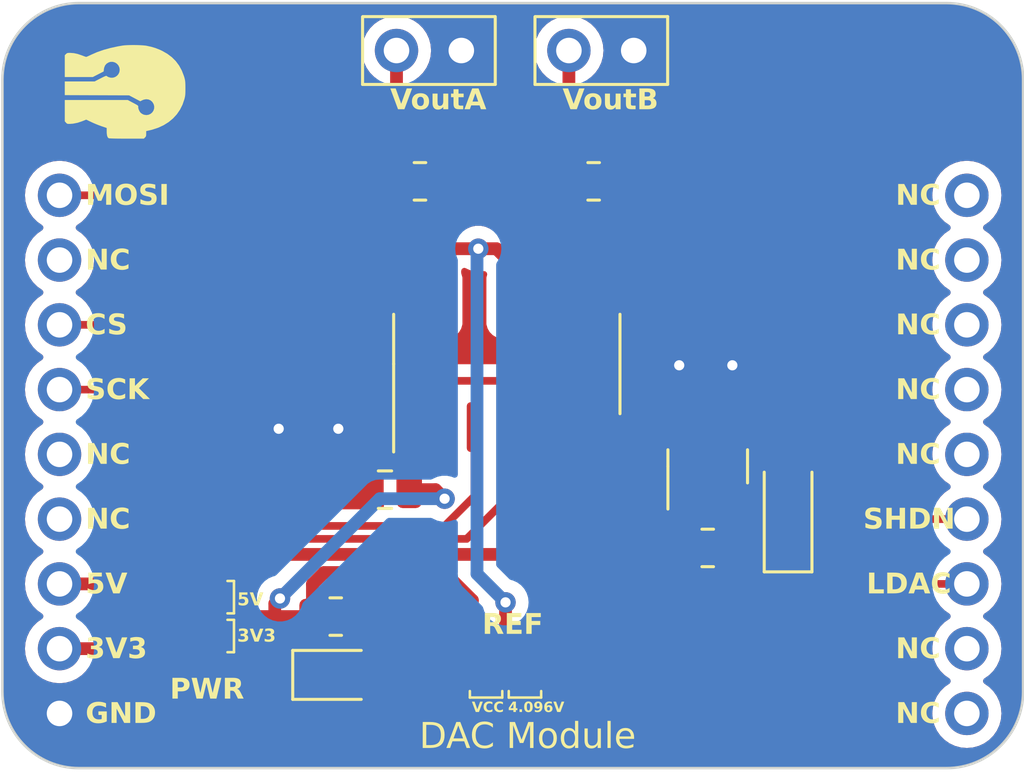
<source format=kicad_pcb>
(kicad_pcb (version 20221018) (generator pcbnew)
  (layers (0 "F.Cu" signal) (31 "B.Cu" signal) (34 "B.Paste" user) (35 "F.Paste" user) (36 "B.SilkS" user "B.Silkscreen") (37 "F.SilkS" user "F.Silkscreen") (38 "B.Mask" user) (39 "F.Mask" user) (44 "Edge.Cuts" user))
  (net 0 "")
  (net 1 "VCC")
  (net 2 "GND")
  (net 3 "+4V")
  (net 4 "Net-(D1-A)")
  (net 5 "Net-(J1-Pin_1)")
  (net 6 "Net-(J2-Pin_1)")
  (net 7 "+3V3")
  (net 8 "+5V")
  (net 9 "Net-(U3-Vout)")
  (net 11 "CS")
  (net 12 "SCK")
  (net 13 "MOSI")
  (net 16 "LDAC")
  (net 17 "SHDN")
  (net 28 "Vref")
  (footprint "Jumper:SolderJumper-3_P1.3mm_Open_Pad1.0x1.5mm" (layer "F.Cu") (at 99.8728 87.0712 90)
    (fp_text reference "JP1" hide)
    (fp_text value "Jumper_3_Open" hide)
    (fp_text user "5V" (at 0.3556 1.27 unlocked) (layer "F.SilkS") (effects (font (size 0.5 0.5) (thickness 0.1) bold) (justify left bottom)))
    (fp_text user "3V3" (at -1.0668 1.27 unlocked) (layer "F.SilkS") (effects (font (size 0.5 0.5) (thickness 0.1) bold) (justify left bottom)))
    (fp_line (start -1.397 0.889) (end -1.397 1.143) (stroke (width 0.1)) (layer "F.SilkS"))
    (fp_line (start -1.397 1.143) (end -0.127 1.143) (stroke (width 0.1)) (layer "F.SilkS"))
    (fp_line (start -0.127 1.143) (end -0.127 0.889) (stroke (width 0.1)) (layer "F.SilkS"))
    (fp_line (start 0.127 0.889) (end 0.127 1.143) (stroke (width 0.1)) (layer "F.SilkS"))
    (fp_line (start 0.127 1.143) (end 1.397 1.143) (stroke (width 0.1)) (layer "F.SilkS"))
    (fp_line (start 1.397 1.143) (end 1.397 0.889) (stroke (width 0.1)) (layer "F.SilkS"))
    (pad "1" smd rect (at -1.3 0 90) (size 1 1.5) (layers "F.Cu" "F.Mask") (net 7 "+3V3"))
    (pad "2" smd rect (at 0 0 90) (size 1 1.5) (layers "F.Cu" "F.Mask") (net 1 "VCC"))
    (pad "3" smd rect (at 1.3 0 90) (size 1 1.5) (layers "F.Cu" "F.Mask") (net 8 "+5V"))
  )
  (footprint "Capacitor_Tantalum_SMD:CP_EIA-3216-10_Kemet-I" (layer "F.Cu") (at 122.7328 83.0072 90)
    (fp_text reference "C2" hide)
    (fp_text value "10uF")
    (fp_line (start -2.31 -0.935) (end -2.31 0.935) (stroke (width 0.12)) (layer "F.SilkS"))
    (fp_line (start -2.31 0.935) (end 1.6 0.935) (stroke (width 0.12)) (layer "F.SilkS"))
    (fp_line (start 1.6 -0.935) (end -2.31 -0.935) (stroke (width 0.12)) (layer "F.SilkS"))
    (pad "1" smd roundrect (at -1.35 0 90) (size 1.4 1.35) (layers "F.Cu" "F.Paste" "F.Mask") (roundrect_rratio 0.185185) (net 3 "+4V"))
    (pad "2" smd roundrect (at 1.35 0 90) (size 1.4 1.35) (layers "F.Cu" "F.Paste" "F.Mask") (roundrect_rratio 0.185185) (net 2 "GND"))
  )
  (footprint "Resistor_SMD:R_0805_2012Metric" (layer "F.Cu") (at 105.0036 87.0712 180)
    (fp_text reference "R4" hide)
    (fp_text value "470r")
    (fp_line (start -0.227064 -0.735) (end 0.227064 -0.735) (stroke (width 0.12)) (layer "F.SilkS"))
    (fp_line (start -0.227064 0.735) (end 0.227064 0.735) (stroke (width 0.12)) (layer "F.SilkS"))
    (pad "1" smd roundrect (at -0.9125 0 180) (size 1.025 1.4) (layers "F.Cu" "F.Paste" "F.Mask") (roundrect_rratio 0.243902) (net 4 "Net-(D1-A)"))
    (pad "2" smd roundrect (at 0.9125 0 180) (size 1.025 1.4) (layers "F.Cu" "F.Paste" "F.Mask") (roundrect_rratio 0.243902) (net 1 "VCC"))
  )
  (footprint "Resistor_SMD:R_0805_2012Metric" (layer "F.Cu") (at 119.5832 84.3788 180)
    (fp_text reference "R3" hide)
    (fp_text value "100r")
    (fp_line (start -0.227064 -0.735) (end 0.227064 -0.735) (stroke (width 0.12)) (layer "F.SilkS"))
    (fp_line (start -0.227064 0.735) (end 0.227064 0.735) (stroke (width 0.12)) (layer "F.SilkS"))
    (pad "1" smd roundrect (at -0.9125 0 180) (size 1.025 1.4) (layers "F.Cu" "F.Paste" "F.Mask") (roundrect_rratio 0.243902) (net 3 "+4V"))
    (pad "2" smd roundrect (at 0.9125 0 180) (size 1.025 1.4) (layers "F.Cu" "F.Paste" "F.Mask") (roundrect_rratio 0.243902) (net 9 "Net-(U3-Vout)"))
  )
  (footprint "Resistor_SMD:R_0805_2012Metric" (layer "F.Cu") (at 115.1128 70.0024)
    (fp_text reference "R2" hide)
    (fp_text value "10k")
    (fp_line (start -0.227064 -0.735) (end 0.227064 -0.735) (stroke (width 0.12)) (layer "F.SilkS"))
    (fp_line (start -0.227064 0.735) (end 0.227064 0.735) (stroke (width 0.12)) (layer "F.SilkS"))
    (pad "1" smd roundrect (at -0.9125 0) (size 1.025 1.4) (layers "F.Cu" "F.Paste" "F.Mask") (roundrect_rratio 0.243902) (net 6 "Net-(J2-Pin_1)"))
    (pad "2" smd roundrect (at 0.9125 0) (size 1.025 1.4) (layers "F.Cu" "F.Paste" "F.Mask") (roundrect_rratio 0.243902) (net 2 "GND"))
  )
  (footprint "LED_SMD:LED_0805_2012Metric" (layer "F.Cu") (at 105.0036 89.3572)
    (fp_text reference "D1" hide)
    (fp_text value "LED")
    (fp_line (start -1.685 -0.96) (end -1.685 0.96) (stroke (width 0.12)) (layer "F.SilkS"))
    (fp_line (start -1.685 0.96) (end 1 0.96) (stroke (width 0.12)) (layer "F.SilkS"))
    (fp_line (start 1 -0.96) (end -1.685 -0.96) (stroke (width 0.12)) (layer "F.SilkS"))
    (pad "1" smd roundrect (at -0.9375 0) (size 0.975 1.4) (layers "F.Cu" "F.Paste" "F.Mask") (net 2 "GND"))
    (pad "2" smd roundrect (at 0.9375 0) (size 0.975 1.4) (layers "F.Cu" "F.Paste" "F.Mask") (net 4 "Net-(D1-A)"))
  )
  (footprint "Connector_PinHeader_2.54mm:PinHeader_1x02_P2.54mm_Vertical" (layer "F.Cu") (at 114.1426 64.8716 90)
    (fp_text reference "J2" hide)
    (fp_text value "Screw_Terminal_01x02" hide)
    (fp_line (start -1.33 -1.33) (end 1.3208 -1.33) (stroke (width 0.12)) (layer "F.SilkS"))
    (fp_line (start -1.33 1.27) (end -1.33 -1.33) (stroke (width 0.12)) (layer "F.SilkS"))
    (fp_line (start -1.33 1.27) (end -1.33 3.87) (stroke (width 0.12)) (layer "F.SilkS"))
    (fp_line (start -1.33 3.87) (end 1.33 3.87) (stroke (width 0.12)) (layer "F.SilkS"))
    (fp_line (start 1.33 -1.3208) (end 1.33 3.87) (stroke (width 0.12)) (layer "F.SilkS"))
    (pad "1" thru_hole oval (at 0 0 90) (size 1.7 1.7) (drill 1) (layers "*.Cu" "*.Mask") (net 6 "Net-(J2-Pin_1)"))
    (pad "2" thru_hole rect (at 0 2.54 90) (size 1.7 1.7) (drill 1) (layers "*.Cu" "*.Mask") (net 2 "GND"))
  )
  (footprint "Resistor_SMD:R_0805_2012Metric" (layer "F.Cu") (at 108.3056 70.0024 180)
    (fp_text reference "R1" hide)
    (fp_text value "10k")
    (fp_line (start -0.227064 -0.735) (end 0.227064 -0.735) (stroke (width 0.12)) (layer "F.SilkS"))
    (fp_line (start -0.227064 0.735) (end 0.227064 0.735) (stroke (width 0.12)) (layer "F.SilkS"))
    (pad "1" smd roundrect (at -0.9125 0 180) (size 1.025 1.4) (layers "F.Cu" "F.Paste" "F.Mask") (roundrect_rratio 0.243902) (net 2 "GND"))
    (pad "2" smd roundrect (at 0.9125 0 180) (size 1.025 1.4) (layers "F.Cu" "F.Paste" "F.Mask") (roundrect_rratio 0.243902) (net 5 "Net-(J1-Pin_1)"))
  )
  (footprint "Connector_PinHeader_2.54mm:PinHeader_1x02_P2.54mm_Vertical" (layer "F.Cu") (at 107.3862 64.8716 90)
    (fp_text reference "J1" hide)
    (fp_text value "Screw_Terminal_01x02" hide)
    (fp_line (start -1.33 -1.33) (end 1.3208 -1.33) (stroke (width 0.12)) (layer "F.SilkS"))
    (fp_line (start -1.33 1.27) (end -1.33 -1.33) (stroke (width 0.12)) (layer "F.SilkS"))
    (fp_line (start -1.33 1.27) (end -1.33 3.87) (stroke (width 0.12)) (layer "F.SilkS"))
    (fp_line (start -1.33 3.87) (end 1.33 3.87) (stroke (width 0.12)) (layer "F.SilkS"))
    (fp_line (start 1.33 -1.3208) (end 1.33 3.8608) (stroke (width 0.12)) (layer "F.SilkS"))
    (pad "1" thru_hole oval (at 0 0 90) (size 1.7 1.7) (drill 1) (layers "*.Cu" "*.Mask") (net 5 "Net-(J1-Pin_1)"))
    (pad "2" thru_hole rect (at 0 2.54 90) (size 1.7 1.7) (drill 1) (layers "*.Cu" "*.Mask") (net 2 "GND"))
  )
  (footprint "Package_SO:SOIC-14_3.9x8.7mm_P1.27mm" (layer "F.Cu") (at 111.7092 77.1652 90)
    (fp_text reference "U1" hide)
    (fp_text value "MCP4922-ESL" hide)
    (fp_line (start 0 -4.435) (end -3.45 -4.435) (stroke (width 0.12)) (layer "F.SilkS"))
    (fp_line (start 0 -4.435) (end 1.95 -4.435) (stroke (width 0.12)) (layer "F.SilkS"))
    (fp_line (start 0 4.435) (end -1.95 4.435) (stroke (width 0.12)) (layer "F.SilkS"))
    (fp_line (start 0 4.435) (end 1.95 4.435) (stroke (width 0.12)) (layer "F.SilkS"))
    (pad "1" smd roundrect (at -2.475 -3.81 90) (size 1.95 0.6) (layers "F.Cu" "F.Paste" "F.Mask") (net 1 "VCC"))
    (pad "2" smd roundrect (at -2.475 -2.54 90) (size 1.95 0.6) (layers "F.Cu" "F.Paste" "F.Mask"))
    (pad "3" smd roundrect (at -2.475 -1.27 90) (size 1.95 0.6) (layers "F.Cu" "F.Paste" "F.Mask") (net 11 "CS"))
    (pad "4" smd roundrect (at -2.475 0 90) (size 1.95 0.6) (layers "F.Cu" "F.Paste" "F.Mask") (net 12 "SCK"))
    (pad "5" smd roundrect (at -2.475 1.27 90) (size 1.95 0.6) (layers "F.Cu" "F.Paste" "F.Mask") (net 13 "MOSI"))
    (pad "6" smd roundrect (at -2.475 2.54 90) (size 1.95 0.6) (layers "F.Cu" "F.Paste" "F.Mask"))
    (pad "7" smd roundrect (at -2.475 3.81 90) (size 1.95 0.6) (layers "F.Cu" "F.Paste" "F.Mask"))
    (pad "8" smd roundrect (at 2.475 3.81 90) (size 1.95 0.6) (layers "F.Cu" "F.Paste" "F.Mask") (net 16 "LDAC"))
    (pad "9" smd roundrect (at 2.475 2.54 90) (size 1.95 0.6) (layers "F.Cu" "F.Paste" "F.Mask") (net 17 "SHDN"))
    (pad "10" smd roundrect (at 2.475 1.27 90) (size 1.95 0.6) (layers "F.Cu" "F.Paste" "F.Mask") (net 6 "Net-(J2-Pin_1)"))
    (pad "11" smd roundrect (at 2.475 0 90) (size 1.95 0.6) (layers "F.Cu" "F.Paste" "F.Mask") (net 28 "Vref"))
    (pad "12" smd roundrect (at 2.475 -1.27 90) (size 1.95 0.6) (layers "F.Cu" "F.Paste" "F.Mask") (net 2 "GND"))
    (pad "13" smd roundrect (at 2.475 -2.54 90) (size 1.95 0.6) (layers "F.Cu" "F.Paste" "F.Mask") (net 28 "Vref"))
    (pad "14" smd roundrect (at 2.475 -3.81 90) (size 1.95 0.6) (layers "F.Cu" "F.Paste" "F.Mask") (net 5 "Net-(J1-Pin_1)"))
  )
  (footprint "Jumper:SolderJumper-3_P1.3mm_Open_Pad1.0x1.5mm" (layer "F.Cu") (at 111.6584 89.1032)
    (fp_text reference "JP2" hide)
    (fp_text value "Jumper_3_Open")
    (fp_text user "VCC" (at -1.3208 1.778 unlocked) (layer "F.SilkS") (effects (font (size 0.4 0.4) (thickness 0.1) bold) (justify left bottom)))
    (fp_text user "REF" (at -0.9144 -1.2192 unlocked) (layer "F.SilkS") (effects (font (size 0.8 0.8) (thickness 0.1) bold) (justify left bottom)))
    (fp_text user "4.096V" (at 0.1016 1.778 unlocked) (layer "F.SilkS") (effects (font (size 0.4 0.4) (thickness 0.1) bold) (justify left bottom)))
    (fp_line (start -1.397 0.889) (end -1.397 1.143) (stroke (width 0.1)) (layer "F.SilkS"))
    (fp_line (start -1.397 1.143) (end -0.127 1.143) (stroke (width 0.1)) (layer "F.SilkS"))
    (fp_line (start -0.127 1.143) (end -0.127 0.889) (stroke (width 0.1)) (layer "F.SilkS"))
    (fp_line (start 0.127 0.889) (end 0.127 1.143) (stroke (width 0.1)) (layer "F.SilkS"))
    (fp_line (start 0.127 1.143) (end 1.397 1.143) (stroke (width 0.1)) (layer "F.SilkS"))
    (fp_line (start 1.397 1.143) (end 1.397 0.889) (stroke (width 0.1)) (layer "F.SilkS"))
    (pad "1" smd rect (at -1.3 0) (size 1 1.5) (layers "F.Cu" "F.Mask") (net 1 "VCC"))
    (pad "2" smd rect (at 0 0) (size 1 1.5) (layers "F.Cu" "F.Mask") (net 28 "Vref"))
    (pad "3" smd rect (at 1.3 0) (size 1 1.5) (layers "F.Cu" "F.Mask") (net 3 "+4V"))
  )
  (footprint "Moduler_:pin_header" (layer "F.Cu") (at 111.705577 81.21732)
    (fp_text reference "U2" hide)
    (fp_text value "~" hide)
    (fp_text user "CS" (at -16.51 -5.08 unlocked) (layer "F.SilkS") (effects (font (size 0.8 0.8) (thickness 0.2) bold) (justify left bottom)))
    (fp_text user "NC" (at 15.24 -7.62 unlocked) (layer "F.SilkS") (effects (font (size 0.8 0.8) (thickness 0.2) bold) (justify left bottom)))
    (fp_text user "NC" (at 15.24 -5.08 unlocked) (layer "F.SilkS") (effects (font (size 0.8 0.8) (thickness 0.2) bold) (justify left bottom)))
    (fp_text user "NC" (at -16.51 0 unlocked) (layer "F.SilkS") (effects (font (size 0.8 0.8) (thickness 0.2) bold) (justify left bottom)))
    (fp_text user "LDAC" (at 14.097 5.08 unlocked) (layer "F.SilkS") (effects (font (size 0.8 0.8) (thickness 0.2) bold) (justify left bottom)))
    (fp_text user "MOSI" (at -16.51 -10.16 unlocked) (layer "F.SilkS") (effects (font (size 0.8 0.8) (thickness 0.2) bold) (justify left bottom)))
    (fp_text user "NC" (at 15.24 10.16 unlocked) (layer "F.SilkS") (effects (font (size 0.8 0.8) (thickness 0.2) bold) (justify left bottom)))
    (fp_text user "SHDN" (at 13.97 2.54 unlocked) (layer "F.SilkS") (effects (font (size 0.8 0.8) (thickness 0.2) bold) (justify left bottom)))
    (fp_text user "NC" (at 15.24 -2.54 unlocked) (layer "F.SilkS") (effects (font (size 0.8 0.8) (thickness 0.2) bold) (justify left bottom)))
    (fp_text user "NC" (at 15.24 -10.16 unlocked) (layer "F.SilkS") (effects (font (size 0.8 0.8) (thickness 0.2) bold) (justify left bottom)))
    (fp_text user "5V" (at -16.51 5.08 unlocked) (layer "F.SilkS") (effects (font (size 0.8 0.8) (thickness 0.2) bold) (justify left bottom)))
    (fp_text user "NC" (at -16.51 2.54 unlocked) (layer "F.SilkS") (effects (font (size 0.8 0.8) (thickness 0.2) bold) (justify left bottom)))
    (fp_text user "3V3" (at -16.51 7.62 unlocked) (layer "F.SilkS") (effects (font (size 0.8 0.8) (thickness 0.2) bold) (justify left bottom)))
    (fp_text user "SCK" (at -16.51 -2.54 unlocked) (layer "F.SilkS") (effects (font (size 0.8 0.8) (thickness 0.2) bold) (justify left bottom)))
    (fp_text user "NC" (at 15.24 7.62 unlocked) (layer "F.SilkS") (effects (font (size 0.8 0.8) (thickness 0.2) bold) (justify left bottom)))
    (fp_text user "NC" (at -16.51 -7.62 unlocked) (layer "F.SilkS") (effects (font (size 0.8 0.8) (thickness 0.2) bold) (justify left bottom)))
    (fp_text user "NC" (at 15.24 0 unlocked) (layer "F.SilkS") (effects (font (size 0.8 0.8) (thickness 0.2) bold) (justify left bottom)))
    (fp_text user "DAC Module" (at -3.429 11.176 unlocked) (layer "F.SilkS") (effects (font (thickness 0.1)) (justify left bottom)))
    (fp_text user "GND" (at -16.51 10.16 unlocked) (layer "F.SilkS") (effects (font (size 0.8 0.8) (thickness 0.2) bold) (justify left bottom)))
    (fp_poly (pts (xy -14.485582 -16.559009) (xy -14.360573 -16.554745) (xy -14.248636 -16.54798) (xy -14.157002 -16.538775) (xy -14.117924 -16.532703) (xy -13.929469 -16.491549) (xy -13.759531 -16.440533) (xy -13.595569 -16.375574) (xy -13.505604 -16.333511) (xy -13.302009 -16.218091) (xy -13.123321 -16.083397) (xy -12.969118 -15.928915) (xy -12.838978 -15.754131) (xy -12.73248 -15.558531) (xy -12.6492 -15.3416) (xy -12.625721 -15.261504) (xy -12.612959 -15.20932) (xy -12.603846 -15.156964) (xy -12.597806 -15.097579) (xy -12.594264 -15.024306) (xy -12.592645 -14.930288) (xy -12.59236 -14.863654) (xy -12.592671 -14.758539) (xy -12.594379 -14.67766) (xy -12.598173 -14.613669) (xy -12.604739 -14.559219) (xy -12.614766 -14.506962) (xy -12.628942 -14.449549) (xy -12.632287 -14.43698) (xy -12.705714 -14.221543) (xy -12.805363 -14.022972) (xy -12.930147 -13.842253) (xy -13.078978 -13.68037) (xy -13.250768 -13.538308) (xy -13.444431 -13.417053) (xy -13.658878 -13.317589) (xy -13.893022 -13.240901) (xy -13.975535 -13.220506) (xy -14.129547 -13.185381) (xy -14.129547 -13.083439) (xy -14.131087 -13.025365) (xy -14.138019 -12.987709) (xy -14.153807 -12.959356) (xy -14.17572 -12.935324) (xy -14.221893 -12.889151) (xy -14.898388 -12.889632) (xy -15.093554 -12.890179) (xy -15.257188 -12.891522) (xy -15.389336 -12.893662) (xy -15.490047 -12.896601) (xy -15.559371 -12.900339) (xy -15.597354 -12.904877) (xy -15.604006 -12.907041) (xy -15.639705 -12.944721) (xy -15.663541 -13.009816) (xy -15.675744 -13.103144) (xy -15.677582 -13.169023) (xy -15.677607 -13.307746) (xy -15.877323 -13.375342) (xy -15.973613 -13.410249) (xy -16.083694 -13.453796) (xy -16.193274 -13.500154) (xy -16.27912 -13.539209) (xy -16.481202 -13.63548) (xy -16.625058 -13.577237) (xy -16.814264 -13.51298) (xy -16.995657 -13.477073) (xy -17.112214 -13.468483) (xy -17.172568 -13.467793) (xy -17.210949 -13.471228) (xy -17.236949 -13.481681) (xy -17.260163 -13.502045) (xy -17.274123 -13.517292) (xy -17.320343 -13.568879) (xy -17.320343 -13.987224) (xy -17.320343 -14.405569) (xy -16.086926 -14.405569) (xy -14.85351 -14.405569) (xy -14.643801 -14.294889) (xy -14.56284 -14.251731) (xy -14.506066 -14.219928) (xy -14.469493 -14.196546) (xy -14.449134 -14.178651) (xy -14.441003 -14.163308) (xy -14.441111 -14.147581) (xy -14.441413 -14.14592) (xy -14.43976 -14.092795) (xy -14.421236 -14.027967) (xy -14.3904 -13.962942) (xy -14.35181 -13.909228) (xy -14.344762 -13.902005) (xy -14.296227 -13.865834) (xy -14.236644 -13.835404) (xy -14.214799 -13.827587) (xy -14.121045 -13.813694) (xy -14.033382 -13.827179) (xy -13.955509 -13.863953) (xy -13.891126 -13.919926) (xy -13.843932 -13.991011) (xy -13.817627 -14.073118) (xy -13.815911 -14.162158) (xy -13.838074 -14.243952) (xy -13.888707 -14.328311) (xy -13.95777 -14.389514) (xy -14.040589 -14.425955) (xy -14.132494 -14.436027) (xy -14.228811 -14.418125) (xy -14.281052 -14.396241) (xy -14.36193 -14.355321) (xy -14.581404 -14.471272) (xy -14.800878 -14.587224) (xy -16.06061 -14.591538) (xy -17.320343 -14.595853) (xy -17.320343 -14.86402) (xy -17.320343 -15.132186) (xy -16.736108 -15.132186) (xy -16.151873 -15.132186) (xy -15.92364 -15.25081) (xy -15.825628 -15.300328) (xy -15.752835 -15.333929) (xy -15.705794 -15.351385) (xy -15.685044 -15.352471) (xy -15.684533 -15.351839) (xy -15.664369 -15.334981) (xy -15.626413 -15.313259) (xy -15.608475 -15.304645) (xy -15.517344 -15.278515) (xy -15.42868 -15.280387) (xy -15.34665 -15.306716) (xy -15.27542 -15.353956) (xy -15.219157 -15.418565) (xy -15.182028 -15.496995) (xy -15.1682 -15.585704) (xy -15.178799 -15.670169) (xy -15.216089 -15.756834) (xy -15.2752 -15.826154) (xy -15.350432 -15.875231) (xy -15.436087 -15.901168) (xy -15.526465 -15.901066) (xy -15.594919 -15.881743) (xy -15.679764 -15.831605) (xy -15.7402 -15.761879) (xy -15.776844 -15.671686) (xy -15.787538 -15.6087) (xy -15.796027 -15.524455) (xy -16.008245 -15.415199) (xy -16.220463 -15.305942) (xy -16.770403 -15.305942) (xy -17.320343 -15.305942) (xy -17.320343 -15.73365) (xy -17.320343 -16.161358) (xy -17.27417 -16.207531) (xy -17.247441 -16.231634) (xy -17.221044 -16.24546) (xy -17.185152 -16.251797) (xy -17.129936 -16.253429) (xy -17.112261 -16.253429) (xy -16.965134 -16.242789) (xy -16.813828 -16.210492) (xy -16.650907 -16.15493) (xy -16.643254 -16.151886) (xy -16.580147 -16.127507) (xy -16.526736 -16.108472) (xy -16.490695 -16.097439) (xy -16.481152 -16.095743) (xy -16.459332 -16.102404) (xy -16.415439 -16.120594) (xy -16.35561 -16.147624) (xy -16.285983 -16.180807) (xy -16.277762 -16.184828) (xy -16.053998 -16.282606) (xy -15.80365 -16.369931) (xy -15.530295 -16.445763) (xy -15.237504 -16.509065) (xy -15.053614 -16.540657) (xy -14.971712 -16.549822) (xy -14.866727 -16.556178) (xy -14.74589 -16.559787) (xy -14.616431 -16.56071)) (fill solid) (layer "F.SilkS"))
    (fp_poly (pts (xy -19.759475 -15.361112) (xy -19.747896 -15.5134) (xy -19.728827 -15.663474) (xy -19.702457 -15.811146) (xy -19.668975 -15.956226) (xy -19.628568 -16.098527) (xy -19.581426 -16.23786) (xy -19.527736 -16.374037) (xy -19.467687 -16.506869) (xy -19.401468 -16.636168) (xy -19.329267 -16.761745) (xy -19.251272 -16.883413) (xy -19.167671 -17.000982) (xy -19.078654 -17.114264) (xy -18.984408 -17.223072) (xy -18.885122 -17.327215) (xy -18.780984 -17.426507) (xy -18.672182 -17.520758) (xy -18.558906 -17.609781) (xy -18.441343 -17.693386) (xy -18.319683 -17.771386) (xy -18.194112 -17.843591) (xy -18.06482 -17.909814) (xy -17.931995 -17.969866) (xy -17.795826 -18.023559) (xy -17.6565 -18.070704) (xy -17.514207 -18.111113) (xy -17.369134 -18.144597) (xy -17.221471 -18.170968) (xy -17.071405 -18.190038) (xy -16.919125 -18.201619) (xy -16.764819 -18.20552) (xy 17.238832 -18.20552) (xy 17.393137 -18.201619) (xy 17.545417 -18.190038) (xy 17.695483 -18.170968) (xy 17.843146 -18.144597) (xy 17.988219 -18.111113) (xy 18.130512 -18.070704) (xy 18.269837 -18.023559) (xy 18.406006 -17.969866) (xy 18.538831 -17.909814) (xy 18.668123 -17.843591) (xy 18.793694 -17.771386) (xy 18.915355 -17.693386) (xy 19.032917 -17.609781) (xy 19.146194 -17.520758) (xy 19.254995 -17.426507) (xy 19.359133 -17.327215) (xy 19.458419 -17.223072) (xy 19.552665 -17.114264) (xy 19.641683 -17.000982) (xy 19.725284 -16.883413) (xy 19.803279 -16.761745) (xy 19.87548 -16.636168) (xy 19.9417 -16.506869) (xy 20.001748 -16.374037) (xy 20.055438 -16.23786) (xy 20.102581 -16.098527) (xy 20.142987 -15.956226) (xy 20.17647 -15.811146) (xy 20.20284 -15.663474) (xy 20.221909 -15.5134) (xy 20.233488 -15.361112) (xy 20.23739 -15.206798) (xy 20.23739 8.797094) (xy 20.233488 8.951408) (xy 20.221909 9.103696) (xy 20.20284 9.25377) (xy 20.17647 9.401441) (xy 20.142987 9.546522) (xy 20.102581 9.688822) (xy 20.055438 9.828155) (xy 20.001748 9.964332) (xy 19.9417 10.097164) (xy 19.87548 10.226463) (xy 19.803279 10.352041) (xy 19.725284 10.473708) (xy 19.641683 10.591278) (xy 19.552665 10.70456) (xy 19.458419 10.813367) (xy 19.359133 10.917511) (xy 19.254995 11.016803) (xy 19.146194 11.111054) (xy 19.032917 11.200077) (xy 18.915355 11.283682) (xy 18.793694 11.361681) (xy 18.668123 11.433887) (xy 18.538831 11.50011) (xy 18.406006 11.560162) (xy 18.269837 11.613855) (xy 18.130512 11.661) (xy 17.988219 11.701409) (xy 17.843146 11.734893) (xy 17.695483 11.761265) (xy 17.545417 11.780334) (xy 17.393137 11.791915) (xy 17.238832 11.795817) (xy -16.764819 11.795817) (xy -16.919125 11.791915) (xy -17.071405 11.780334) (xy -17.221471 11.761265) (xy -17.369134 11.734893) (xy -17.514207 11.701409) (xy -17.6565 11.661) (xy -17.795826 11.613855) (xy -17.931995 11.560162) (xy -18.06482 11.50011) (xy -18.194112 11.433887) (xy -18.319683 11.361681) (xy -18.441343 11.283682) (xy -18.558906 11.200077) (xy -18.672182 11.111054) (xy -18.780984 11.016803) (xy -18.885122 10.917511) (xy -18.984408 10.813367) (xy -19.078654 10.70456) (xy -19.167671 10.591278) (xy -19.251272 10.473708) (xy -19.329267 10.352041) (xy -19.401468 10.226463) (xy -19.467687 10.097164) (xy -19.527736 9.964332) (xy -19.581426 9.828155) (xy -19.628568 9.688822) (xy -19.668975 9.546522) (xy -19.702457 9.401441) (xy -19.728827 9.25377) (xy -19.747896 9.103696) (xy -19.759475 8.951408) (xy -19.763377 8.797094) (xy -19.763377 -15.206798)) (stroke (width 0.1)) (fill none) (layer "Edge.Cuts"))
    (pad "1" thru_hole oval (at -17.526 -10.668) (size 1.7 1.7) (drill 1) (layers "*.Cu" "*.Mask") (net 13 "MOSI"))
    (pad "2" thru_hole oval (at -17.526 -8.128) (size 1.7 1.7) (drill 1) (layers "*.Cu" "*.Mask"))
    (pad "3" thru_hole oval (at -17.526 -5.588) (size 1.7 1.7) (drill 1) (layers "*.Cu" "*.Mask") (net 11 "CS"))
    (pad "4" thru_hole oval (at -17.526 -3.048) (size 1.7 1.7) (drill 1) (layers "*.Cu" "*.Mask") (net 12 "SCK"))
    (pad "5" thru_hole oval (at -17.526 -0.508) (size 1.7 1.7) (drill 1) (layers "*.Cu" "*.Mask"))
    (pad "6" thru_hole oval (at -17.526 2.032) (size 1.7 1.7) (drill 1) (layers "*.Cu" "*.Mask"))
    (pad "7" thru_hole oval (at -17.526 4.572) (size 1.7 1.7) (drill 1) (layers "*.Cu" "*.Mask") (net 8 "+5V"))
    (pad "8" thru_hole oval (at -17.526 7.112) (size 1.7 1.7) (drill 1) (layers "*.Cu" "*.Mask") (net 7 "+3V3"))
    (pad "9" thru_hole oval (at -17.526 9.652) (size 1.7 1.7) (drill 1) (layers "*.Cu" "*.Mask") (net 2 "GND"))
    (pad "10" thru_hole oval (at 18.034 9.652) (size 1.7 1.7) (drill 1) (layers "*.Cu" "*.Mask"))
    (pad "11" thru_hole oval (at 18.034 7.112) (size 1.7 1.7) (drill 1) (layers "*.Cu" "*.Mask"))
    (pad "12" thru_hole oval (at 18.034 4.572) (size 1.7 1.7) (drill 1) (layers "*.Cu" "*.Mask") (net 16 "LDAC"))
    (pad "13" thru_hole oval (at 18.034 2.032) (size 1.7 1.7) (drill 1) (layers "*.Cu" "*.Mask") (net 17 "SHDN"))
    (pad "14" thru_hole oval (at 18.034 -0.508) (size 1.7 1.7) (drill 1) (layers "*.Cu" "*.Mask"))
    (pad "15" thru_hole oval (at 18.034 -3.048) (size 1.7 1.7) (drill 1) (layers "*.Cu" "*.Mask"))
    (pad "16" thru_hole oval (at 18.034 -5.588) (size 1.7 1.7) (drill 1) (layers "*.Cu" "*.Mask"))
    (pad "17" thru_hole oval (at 18.034 -8.128) (size 1.7 1.7) (drill 1) (layers "*.Cu" "*.Mask"))
    (pad "18" thru_hole oval (at 18.034 -10.668) (size 1.7 1.7) (drill 1) (layers "*.Cu" "*.Mask"))
  )
  (footprint "Package_TO_SOT_SMD:SOT-23" (layer "F.Cu") (at 119.5832 81.1784 90)
    (fp_text reference "U3" hide)
    (fp_text value "MCP1541-TT" hide)
    (fp_line (start 0 -1.56) (end -1.675 -1.56) (stroke (width 0.12)) (layer "F.SilkS"))
    (fp_line (start 0 -1.56) (end 0.65 -1.56) (stroke (width 0.12)) (layer "F.SilkS"))
    (fp_line (start 0 1.56) (end -0.65 1.56) (stroke (width 0.12)) (layer "F.SilkS"))
    (fp_line (start 0 1.56) (end 0.65 1.56) (stroke (width 0.12)) (layer "F.SilkS"))
    (pad "1" smd roundrect (at -0.9375 -0.95 90) (size 1.475 0.6) (layers "F.Cu" "F.Paste" "F.Mask") (net 8 "+5V"))
    (pad "2" smd roundrect (at -0.9375 0.95 90) (size 1.475 0.6) (layers "F.Cu" "F.Paste" "F.Mask") (net 9 "Net-(U3-Vout)"))
    (pad "3" smd roundrect (at 0.9375 0 90) (size 1.475 0.6) (layers "F.Cu" "F.Paste" "F.Mask") (net 2 "GND"))
  )
  (footprint "Capacitor_SMD:C_0805_2012Metric" (layer "F.Cu") (at 106.934 82.0928 180)
    (fp_text reference "C1" hide)
    (fp_text value "100nF")
    (fp_line (start -0.261252 -0.735) (end 0.261252 -0.735) (stroke (width 0.12)) (layer "F.SilkS"))
    (fp_line (start -0.261252 0.735) (end 0.261252 0.735) (stroke (width 0.12)) (layer "F.SilkS"))
    (pad "1" smd roundrect (at -0.95 0 180) (size 1 1.45) (layers "F.Cu" "F.Paste" "F.Mask") (net 1 "VCC"))
    (pad "2" smd roundrect (at 0.95 0 180) (size 1 1.45) (layers "F.Cu" "F.Paste" "F.Mask") (net 2 "GND"))
  )
  (gr_text "VoutA\n" (at 107.1372 67.31) (layer "F.SilkS") (effects (font (size 0.8 0.8) (thickness 0.2) bold) (justify left bottom)))
  (gr_text "PWR" (at 98.5012 90.424) (layer "F.SilkS") (effects (font (size 0.8 0.8) (thickness 0.1) bold) (justify left bottom)))
  (gr_text "VoutB\n" (at 113.8936 67.31) (layer "F.SilkS") (effects (font (size 0.8 0.8) (thickness 0.2) bold) (justify left bottom)))
  (segment (start 107.8992 79.6402) (end 107.8992 82.0776) (width 0.5) (layer "F.Cu") (net 1))
  (segment (start 109.2708 85.344) (end 110.3584 86.4316) (width 0.5) (layer "F.Cu") (net 1))
  (segment (start 104.5464 85.344) (end 109.2708 85.344) (width 0.5) (layer "F.Cu") (net 1))
  (segment (start 104.0911 87.0712) (end 104.0911 85.7993) (width 0.5) (layer "F.Cu") (net 1))
  (segment (start 102.616 86.5632) (end 102.8192 86.36) (width 0.5) (layer "F.Cu") (net 1))
  (segment (start 102.616 87.0712) (end 104.0911 87.0712) (width 0.5) (layer "F.Cu") (net 1))
  (segment (start 99.8728 87.0712) (end 102.616 87.0712) (width 0.5) (layer "F.Cu") (net 1))
  (segment (start 102.616 87.0712) (end 102.616 86.5632) (width 0.5) (layer "F.Cu") (net 1))
  (segment (start 110.3584 86.4316) (end 110.3584 89.1032) (width 0.5) (layer "F.Cu") (net 1))
  (segment (start 109.2708 82.4484) (end 108.9152 82.0928) (width 0.5) (layer "F.Cu") (net 1))
  (segment (start 104.0911 85.7993) (end 104.5464 85.344) (width 0.5) (layer "F.Cu") (net 1))
  (segment (start 108.9152 82.0928) (end 107.884 82.0928) (width 0.5) (layer "F.Cu") (net 1))
  (via (at 102.8192 86.36) (size 0.8) (drill 0.4) (layers "F.Cu" "B.Cu") (net 1))
  (via (at 109.2708 82.4484) (size 0.8) (drill 0.4) (layers "F.Cu" "B.Cu") (net 1))
  (segment (start 102.8192 86.36) (end 106.7308 82.4484) (width 0.5) (layer "B.Cu") (net 1))
  (segment (start 106.7308 82.4484) (end 109.2708 82.4484) (width 0.5) (layer "B.Cu") (net 1))
  (via (at 120.5484 77.216) (size 0.8) (drill 0.4) (layers "F.Cu" "B.Cu") (net 2))
  (via (at 102.7684 79.7052) (size 0.8) (drill 0.4) (layers "F.Cu" "B.Cu") (net 2))
  (via (at 118.4656 77.216) (size 0.8) (drill 0.4) (layers "F.Cu" "B.Cu") (net 2))
  (via (at 105.1052 79.7052) (size 0.8) (drill 0.4) (layers "F.Cu" "B.Cu") (net 2))
  (segment (start 120.4957 84.3788) (end 122.7112 84.3788) (width 0.5) (layer "F.Cu") (net 3))
  (segment (start 112.9584 89.1032) (end 118.2116 89.1032) (width 0.5) (layer "F.Cu") (net 3))
  (segment (start 120.4976 86.8172) (end 120.4957 86.8153) (width 0.5) (layer "F.Cu") (net 3))
  (segment (start 120.4957 86.8153) (end 120.4957 84.3788) (width 0.5) (layer "F.Cu") (net 3))
  (segment (start 122.7112 84.3788) (end 122.7328 84.3572) (width 0.5) (layer "F.Cu") (net 3))
  (segment (start 118.2116 89.1032) (end 120.4976 86.8172) (width 0.5) (layer "F.Cu") (net 3))
  (segment (start 105.9161 89.3322) (end 105.9411 89.3572) (width 0.5) (layer "F.Cu") (net 4))
  (segment (start 105.9161 87.0712) (end 105.9161 89.3322) (width 0.5) (layer "F.Cu") (net 4))
  (segment (start 107.3862 71.1658) (end 107.8992 71.6788) (width 0.5) (layer "F.Cu") (net 5))
  (segment (start 107.8992 71.6788) (end 107.8992 74.6902) (width 0.5) (layer "F.Cu") (net 5))
  (segment (start 107.3862 64.8716) (end 107.3862 71.1658) (width 0.5) (layer "F.Cu") (net 5))
  (segment (start 114.1426 64.8716) (end 114.1426 71.9886) (width 0.5) (layer "F.Cu") (net 6))
  (segment (start 114.1426 71.9886) (end 112.9792 73.152) (width 0.5) (layer "F.Cu") (net 6))
  (segment (start 112.9792 73.152) (end 112.9792 74.6902) (width 0.5) (layer "F.Cu") (net 6))
  (segment (start 94.179577 88.32932) (end 99.83092 88.32932) (width 0.5) (layer "F.Cu") (net 7))
  (segment (start 99.83092 88.32932) (end 99.8728 88.3712) (width 0.5) (layer "F.Cu") (net 7))
  (segment (start 99.81012 85.78932) (end 99.8728 85.852) (width 0.5) (layer "F.Cu") (net 8))
  (segment (start 114.554 84.6328) (end 117.0709 82.1159) (width 0.5) (layer "F.Cu") (net 8))
  (segment (start 101.4268 85.7712) (end 102.5652 84.6328) (width 0.5) (layer "F.Cu") (net 8))
  (segment (start 99.8728 85.7712) (end 101.4268 85.7712) (width 0.5) (layer "F.Cu") (net 8))
  (segment (start 94.179577 85.78932) (end 99.81012 85.78932) (width 0.5) (layer "F.Cu") (net 8))
  (segment (start 117.0709 82.1159) (end 118.6332 82.1159) (width 0.5) (layer "F.Cu") (net 8))
  (segment (start 102.5652 84.6328) (end 114.554 84.6328) (width 0.5) (layer "F.Cu") (net 8))
  (segment (start 120.5332 82.362) (end 120.5332 82.1159) (width 0.3) (layer "F.Cu") (net 9))
  (segment (start 118.6707 84.3788) (end 118.6707 84.2245) (width 0.3) (layer "F.Cu") (net 9))
  (segment (start 118.6707 84.2245) (end 120.5332 82.362) (width 0.3) (layer "F.Cu") (net 9))
  (segment (start 109.2708 83.5152) (end 103.9368 83.5152) (width 0.3) (layer "F.Cu") (net 11))
  (segment (start 110.4392 82.3468) (end 109.2708 83.5152) (width 0.3) (layer "F.Cu") (net 11))
  (segment (start 103.9368 83.5152) (end 96.05092 75.62932) (width 0.3) (layer "F.Cu") (net 11))
  (segment (start 110.4392 79.6402) (end 110.4392 82.3468) (width 0.3) (layer "F.Cu") (net 11))
  (segment (start 96.05092 75.62932) (end 94.179577 75.62932) (width 0.3) (layer "F.Cu") (net 11))
  (segment (start 111.7092 79.6402) (end 111.7092 82.4484) (width 0.3) (layer "F.Cu") (net 12))
  (segment (start 97.21932 78.16932) (end 94.179577 78.16932) (width 0.3) (layer "F.Cu") (net 12))
  (segment (start 111.7092 82.4484) (end 110.1344 84.0232) (width 0.3) (layer "F.Cu") (net 12))
  (segment (start 110.1344 84.0232) (end 103.0732 84.0232) (width 0.3) (layer "F.Cu") (net 12))
  (segment (start 103.0732 84.0232) (end 97.21932 78.16932) (width 0.3) (layer "F.Cu") (net 12))
  (segment (start 112.522 77.8256) (end 103.1748 77.8256) (width 0.3) (layer "F.Cu") (net 13))
  (segment (start 112.9792 79.6402) (end 112.9792 78.2828) (width 0.3) (layer "F.Cu") (net 13))
  (segment (start 112.9792 78.2828) (end 112.522 77.8256) (width 0.3) (layer "F.Cu") (net 13))
  (segment (start 103.1748 77.8256) (end 95.89852 70.54932) (width 0.3) (layer "F.Cu") (net 13))
  (segment (start 95.89852 70.54932) (end 94.179577 70.54932) (width 0.3) (layer "F.Cu") (net 13))
  (segment (start 115.5192 74.6902) (end 122.239 74.6902) (width 0.3) (layer "F.Cu") (net 16))
  (segment (start 126.22612 85.78932) (end 129.739577 85.78932) (width 0.3) (layer "F.Cu") (net 16))
  (segment (start 124.8664 77.3176) (end 124.8664 84.4296) (width 0.3) (layer "F.Cu") (net 16))
  (segment (start 122.239 74.6902) (end 124.8664 77.3176) (width 0.3) (layer "F.Cu") (net 16))
  (segment (start 124.8664 84.4296) (end 126.22612 85.78932) (width 0.3) (layer "F.Cu") (net 16))
  (segment (start 125.8316 76.8096) (end 125.8316 82.296) (width 0.3) (layer "F.Cu") (net 17))
  (segment (start 121.8692 72.8472) (end 125.8316 76.8096) (width 0.3) (layer "F.Cu") (net 17))
  (segment (start 114.9096 72.8472) (end 121.8692 72.8472) (width 0.3) (layer "F.Cu") (net 17))
  (segment (start 126.80868 83.24932) (end 129.739577 83.24932) (width 0.3) (layer "F.Cu") (net 17))
  (segment (start 114.2492 73.5076) (end 114.9096 72.8472) (width 0.3) (layer "F.Cu") (net 17))
  (segment (start 125.8316 82.296) (end 126.7968 83.2612) (width 0.3) (layer "F.Cu") (net 17))
  (segment (start 114.2492 74.6902) (end 114.2492 73.5076) (width 0.3) (layer "F.Cu") (net 17))
  (segment (start 126.7968 83.2612) (end 126.80868 83.24932) (width 0.3) (layer "F.Cu") (net 17))
  (segment (start 111.6584 89.1032) (end 111.6584 86.5124) (width 0.5) (layer "F.Cu") (net 28))
  (segment (start 111.3028 72.644) (end 111.7092 73.0504) (width 0.5) (layer "F.Cu") (net 28))
  (segment (start 109.1692 73.1012) (end 109.1692 74.6902) (width 0.5) (layer "F.Cu") (net 28))
  (segment (start 110.5916 72.644) (end 111.3028 72.644) (width 0.5) (layer "F.Cu") (net 28))
  (segment (start 111.7092 73.0504) (end 111.7092 74.6902) (width 0.5) (layer "F.Cu") (net 28))
  (segment (start 110.5916 72.644) (end 109.6264 72.644) (width 0.5) (layer "F.Cu") (net 28))
  (segment (start 109.6264 72.644) (end 109.1692 73.1012) (width 0.5) (layer "F.Cu") (net 28))
  (via (at 111.6584 86.5124) (size 0.8) (drill 0.4) (layers "F.Cu" "B.Cu") (net 28))
  (via (at 110.5916 72.644) (size 0.8) (drill 0.4) (layers "F.Cu" "B.Cu") (net 28))
  (segment (start 110.5408 85.3948) (end 111.6584 86.5124) (width 0.5) (layer "B.Cu") (net 28))
  (segment (start 110.5408 72.6948) (end 110.5408 85.3948) (width 0.5) (layer "B.Cu") (net 28))
  (segment (start 110.5916 72.644) (end 110.5408 72.6948) (width 0.5) (layer "B.Cu") (net 28))
  (zone (net 2) (net_name "GND") (layers "F&B.Cu") (connect_pads yes (clearance 0.5)) (min_thickness 0.25) (fill yes (thermal_gap 0.5) (thermal_bridge_width 0.5))
    (polygon (pts (xy 91.8464 62.8904) (xy 131.9784 62.8904) (xy 131.9784 93.1672) (xy 91.8464 93.1672) (xy 91.8464 62.9412)))
  )
)
</source>
